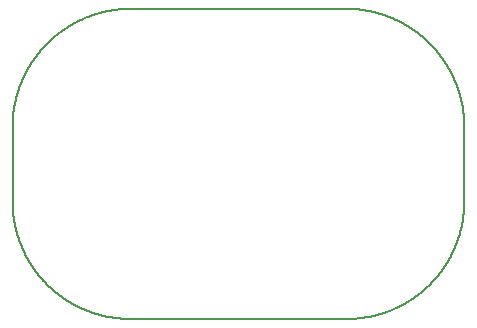
<source format=gm1>
G04 MADE WITH FRITZING*
G04 WWW.FRITZING.ORG*
G04 DOUBLE SIDED*
G04 HOLES PLATED*
G04 CONTOUR ON CENTER OF CONTOUR VECTOR*
%ASAXBY*%
%FSLAX23Y23*%
%MOIN*%
%OFA0B0*%
%SFA1.0B1.0*%
%ADD10C,0.008*%
%LNCONTOUR*%
G90*
G70*
G54D10*
X374Y1036D02*
X375Y1036D01*
X376Y1036D01*
X377Y1036D01*
X378Y1036D01*
X379Y1036D01*
X380Y1036D01*
X381Y1036D01*
X382Y1036D01*
X383Y1036D01*
X384Y1036D01*
X385Y1036D01*
X386Y1036D01*
X387Y1036D01*
X388Y1036D01*
X389Y1036D01*
X390Y1036D01*
X391Y1036D01*
X392Y1036D01*
X393Y1036D01*
X394Y1036D01*
X395Y1036D01*
X396Y1036D01*
X397Y1036D01*
X398Y1036D01*
X399Y1036D01*
X400Y1036D01*
X401Y1036D01*
X402Y1036D01*
X403Y1036D01*
X404Y1036D01*
X405Y1036D01*
X406Y1036D01*
X407Y1036D01*
X408Y1036D01*
X409Y1036D01*
X410Y1036D01*
X411Y1036D01*
X412Y1036D01*
X413Y1036D01*
X414Y1036D01*
X415Y1036D01*
X416Y1036D01*
X417Y1036D01*
X418Y1036D01*
X419Y1036D01*
X420Y1036D01*
X421Y1036D01*
X422Y1036D01*
X423Y1036D01*
X424Y1036D01*
X425Y1036D01*
X426Y1036D01*
X427Y1036D01*
X428Y1036D01*
X429Y1036D01*
X430Y1036D01*
X431Y1036D01*
X432Y1036D01*
X433Y1036D01*
X434Y1036D01*
X435Y1036D01*
X436Y1036D01*
X437Y1036D01*
X438Y1036D01*
X439Y1036D01*
X440Y1036D01*
X441Y1036D01*
X442Y1036D01*
X443Y1036D01*
X444Y1036D01*
X445Y1036D01*
X446Y1036D01*
X447Y1036D01*
X448Y1036D01*
X449Y1036D01*
X450Y1036D01*
X451Y1036D01*
X452Y1036D01*
X453Y1036D01*
X454Y1036D01*
X455Y1036D01*
X456Y1036D01*
X457Y1036D01*
X458Y1036D01*
X459Y1036D01*
X460Y1036D01*
X461Y1036D01*
X462Y1036D01*
X463Y1036D01*
X464Y1036D01*
X465Y1036D01*
X466Y1036D01*
X467Y1036D01*
X468Y1036D01*
X469Y1036D01*
X470Y1036D01*
X471Y1036D01*
X472Y1036D01*
X473Y1036D01*
X474Y1036D01*
X475Y1036D01*
X476Y1036D01*
X477Y1036D01*
X478Y1036D01*
X479Y1036D01*
X480Y1036D01*
X481Y1036D01*
X482Y1036D01*
X483Y1036D01*
X484Y1036D01*
X485Y1036D01*
X486Y1036D01*
X487Y1036D01*
X488Y1036D01*
X489Y1036D01*
X490Y1036D01*
X491Y1036D01*
X492Y1036D01*
X493Y1036D01*
X494Y1036D01*
X495Y1036D01*
X496Y1036D01*
X497Y1036D01*
X498Y1036D01*
X499Y1036D01*
X500Y1036D01*
X501Y1036D01*
X502Y1036D01*
X503Y1036D01*
X504Y1036D01*
X505Y1036D01*
X506Y1036D01*
X507Y1036D01*
X508Y1036D01*
X509Y1036D01*
X510Y1036D01*
X511Y1036D01*
X512Y1036D01*
X513Y1036D01*
X514Y1036D01*
X515Y1036D01*
X516Y1036D01*
X517Y1036D01*
X518Y1036D01*
X519Y1036D01*
X520Y1036D01*
X521Y1036D01*
X522Y1036D01*
X523Y1036D01*
X524Y1036D01*
X525Y1036D01*
X526Y1036D01*
X527Y1036D01*
X528Y1036D01*
X529Y1036D01*
X530Y1036D01*
X531Y1036D01*
X532Y1036D01*
X533Y1036D01*
X534Y1036D01*
X535Y1036D01*
X536Y1036D01*
X537Y1036D01*
X538Y1036D01*
X539Y1036D01*
X540Y1036D01*
X541Y1036D01*
X542Y1036D01*
X543Y1036D01*
X544Y1036D01*
X545Y1036D01*
X546Y1036D01*
X547Y1036D01*
X548Y1036D01*
X549Y1036D01*
X550Y1036D01*
X551Y1036D01*
X552Y1036D01*
X553Y1036D01*
X554Y1036D01*
X555Y1036D01*
X556Y1036D01*
X557Y1036D01*
X558Y1036D01*
X559Y1036D01*
X560Y1036D01*
X561Y1036D01*
X562Y1036D01*
X563Y1036D01*
X564Y1036D01*
X565Y1036D01*
X566Y1036D01*
X567Y1036D01*
X568Y1036D01*
X569Y1036D01*
X570Y1036D01*
X571Y1036D01*
X572Y1036D01*
X573Y1036D01*
X574Y1036D01*
X575Y1036D01*
X576Y1036D01*
X577Y1036D01*
X578Y1036D01*
X579Y1036D01*
X580Y1036D01*
X581Y1036D01*
X582Y1036D01*
X583Y1036D01*
X584Y1036D01*
X585Y1036D01*
X586Y1036D01*
X587Y1036D01*
X588Y1036D01*
X589Y1036D01*
X590Y1036D01*
X591Y1036D01*
X592Y1036D01*
X593Y1036D01*
X594Y1036D01*
X595Y1036D01*
X596Y1036D01*
X597Y1036D01*
X598Y1036D01*
X599Y1036D01*
X600Y1036D01*
X601Y1036D01*
X602Y1036D01*
X603Y1036D01*
X604Y1036D01*
X605Y1036D01*
X606Y1036D01*
X607Y1036D01*
X608Y1036D01*
X609Y1036D01*
X610Y1036D01*
X611Y1036D01*
X612Y1036D01*
X613Y1036D01*
X614Y1036D01*
X615Y1036D01*
X616Y1036D01*
X617Y1036D01*
X618Y1036D01*
X619Y1036D01*
X620Y1036D01*
X621Y1036D01*
X622Y1036D01*
X623Y1036D01*
X624Y1036D01*
X625Y1036D01*
X626Y1036D01*
X627Y1036D01*
X628Y1036D01*
X629Y1036D01*
X630Y1036D01*
X631Y1036D01*
X632Y1036D01*
X633Y1036D01*
X634Y1036D01*
X635Y1036D01*
X636Y1036D01*
X637Y1036D01*
X638Y1036D01*
X639Y1036D01*
X640Y1036D01*
X641Y1036D01*
X642Y1036D01*
X643Y1036D01*
X644Y1036D01*
X645Y1036D01*
X646Y1036D01*
X647Y1036D01*
X648Y1036D01*
X649Y1036D01*
X650Y1036D01*
X651Y1036D01*
X652Y1036D01*
X653Y1036D01*
X654Y1036D01*
X655Y1036D01*
X656Y1036D01*
X657Y1036D01*
X658Y1036D01*
X659Y1036D01*
X660Y1036D01*
X661Y1036D01*
X662Y1036D01*
X663Y1036D01*
X664Y1036D01*
X665Y1036D01*
X666Y1036D01*
X667Y1036D01*
X668Y1036D01*
X669Y1036D01*
X670Y1036D01*
X671Y1036D01*
X672Y1036D01*
X673Y1036D01*
X674Y1036D01*
X675Y1036D01*
X676Y1036D01*
X677Y1036D01*
X678Y1036D01*
X679Y1036D01*
X680Y1036D01*
X681Y1036D01*
X682Y1036D01*
X683Y1036D01*
X684Y1036D01*
X685Y1036D01*
X686Y1036D01*
X687Y1036D01*
X688Y1036D01*
X689Y1036D01*
X690Y1036D01*
X691Y1036D01*
X692Y1036D01*
X693Y1036D01*
X694Y1036D01*
X695Y1036D01*
X696Y1036D01*
X697Y1036D01*
X698Y1036D01*
X699Y1036D01*
X700Y1036D01*
X701Y1036D01*
X702Y1036D01*
X703Y1036D01*
X704Y1036D01*
X705Y1036D01*
X706Y1036D01*
X707Y1036D01*
X708Y1036D01*
X709Y1036D01*
X710Y1036D01*
X711Y1036D01*
X712Y1036D01*
X713Y1036D01*
X714Y1036D01*
X715Y1036D01*
X716Y1036D01*
X717Y1036D01*
X718Y1036D01*
X719Y1036D01*
X720Y1036D01*
X721Y1036D01*
X722Y1036D01*
X723Y1036D01*
X724Y1036D01*
X725Y1036D01*
X726Y1036D01*
X727Y1036D01*
X728Y1036D01*
X729Y1036D01*
X730Y1036D01*
X731Y1036D01*
X732Y1036D01*
X733Y1036D01*
X734Y1036D01*
X735Y1036D01*
X736Y1036D01*
X737Y1036D01*
X738Y1036D01*
X739Y1036D01*
X740Y1036D01*
X741Y1036D01*
X742Y1036D01*
X743Y1036D01*
X744Y1036D01*
X745Y1036D01*
X746Y1036D01*
X747Y1036D01*
X748Y1036D01*
X749Y1036D01*
X750Y1036D01*
X751Y1036D01*
X752Y1036D01*
X753Y1036D01*
X754Y1036D01*
X755Y1036D01*
X756Y1036D01*
X757Y1036D01*
X758Y1036D01*
X759Y1036D01*
X760Y1036D01*
X761Y1036D01*
X762Y1036D01*
X763Y1036D01*
X764Y1036D01*
X765Y1036D01*
X766Y1036D01*
X767Y1036D01*
X768Y1036D01*
X769Y1036D01*
X770Y1036D01*
X771Y1036D01*
X772Y1036D01*
X773Y1036D01*
X774Y1036D01*
X775Y1036D01*
X776Y1036D01*
X777Y1036D01*
X778Y1036D01*
X779Y1036D01*
X780Y1036D01*
X781Y1036D01*
X782Y1036D01*
X783Y1036D01*
X784Y1036D01*
X785Y1036D01*
X786Y1036D01*
X787Y1036D01*
X788Y1036D01*
X789Y1036D01*
X790Y1036D01*
X791Y1036D01*
X792Y1036D01*
X793Y1036D01*
X794Y1036D01*
X795Y1036D01*
X796Y1036D01*
X797Y1036D01*
X798Y1036D01*
X799Y1036D01*
X800Y1036D01*
X801Y1036D01*
X802Y1036D01*
X803Y1036D01*
X804Y1036D01*
X805Y1036D01*
X806Y1036D01*
X807Y1036D01*
X808Y1036D01*
X809Y1036D01*
X810Y1036D01*
X811Y1036D01*
X812Y1036D01*
X813Y1036D01*
X814Y1036D01*
X815Y1036D01*
X816Y1036D01*
X817Y1036D01*
X818Y1036D01*
X819Y1036D01*
X820Y1036D01*
X821Y1036D01*
X822Y1036D01*
X823Y1036D01*
X824Y1036D01*
X825Y1036D01*
X826Y1036D01*
X827Y1036D01*
X828Y1036D01*
X829Y1036D01*
X830Y1036D01*
X831Y1036D01*
X832Y1036D01*
X833Y1036D01*
X834Y1036D01*
X835Y1036D01*
X836Y1036D01*
X837Y1036D01*
X838Y1036D01*
X839Y1036D01*
X840Y1036D01*
X841Y1036D01*
X842Y1036D01*
X843Y1036D01*
X844Y1036D01*
X845Y1036D01*
X846Y1036D01*
X847Y1036D01*
X848Y1036D01*
X849Y1036D01*
X850Y1036D01*
X851Y1036D01*
X852Y1036D01*
X853Y1036D01*
X854Y1036D01*
X855Y1036D01*
X856Y1036D01*
X857Y1036D01*
X858Y1036D01*
X859Y1036D01*
X860Y1036D01*
X861Y1036D01*
X862Y1036D01*
X863Y1036D01*
X864Y1036D01*
X865Y1036D01*
X866Y1036D01*
X867Y1036D01*
X868Y1036D01*
X869Y1036D01*
X870Y1036D01*
X871Y1036D01*
X872Y1036D01*
X873Y1036D01*
X874Y1036D01*
X875Y1036D01*
X876Y1036D01*
X877Y1036D01*
X878Y1036D01*
X879Y1036D01*
X880Y1036D01*
X881Y1036D01*
X882Y1036D01*
X883Y1036D01*
X884Y1036D01*
X885Y1036D01*
X886Y1036D01*
X887Y1036D01*
X888Y1036D01*
X889Y1036D01*
X890Y1036D01*
X891Y1036D01*
X892Y1036D01*
X893Y1036D01*
X894Y1036D01*
X895Y1036D01*
X896Y1036D01*
X897Y1036D01*
X898Y1036D01*
X899Y1036D01*
X900Y1036D01*
X901Y1036D01*
X902Y1036D01*
X903Y1036D01*
X904Y1036D01*
X905Y1036D01*
X906Y1036D01*
X907Y1036D01*
X908Y1036D01*
X909Y1036D01*
X910Y1036D01*
X911Y1036D01*
X912Y1036D01*
X913Y1036D01*
X914Y1036D01*
X915Y1036D01*
X916Y1036D01*
X917Y1036D01*
X918Y1036D01*
X919Y1036D01*
X920Y1036D01*
X921Y1036D01*
X922Y1036D01*
X923Y1036D01*
X924Y1036D01*
X925Y1036D01*
X926Y1036D01*
X927Y1036D01*
X928Y1036D01*
X929Y1036D01*
X930Y1036D01*
X931Y1036D01*
X932Y1036D01*
X933Y1036D01*
X934Y1036D01*
X935Y1036D01*
X936Y1036D01*
X937Y1036D01*
X938Y1036D01*
X939Y1036D01*
X940Y1036D01*
X941Y1036D01*
X942Y1036D01*
X943Y1036D01*
X944Y1036D01*
X945Y1036D01*
X946Y1036D01*
X947Y1036D01*
X948Y1036D01*
X949Y1036D01*
X950Y1036D01*
X951Y1036D01*
X952Y1036D01*
X953Y1036D01*
X954Y1036D01*
X955Y1036D01*
X956Y1036D01*
X957Y1036D01*
X958Y1036D01*
X959Y1036D01*
X960Y1036D01*
X961Y1036D01*
X962Y1036D01*
X963Y1036D01*
X964Y1036D01*
X965Y1036D01*
X966Y1036D01*
X967Y1036D01*
X968Y1036D01*
X969Y1036D01*
X970Y1036D01*
X971Y1036D01*
X972Y1036D01*
X973Y1036D01*
X974Y1036D01*
X975Y1036D01*
X976Y1036D01*
X977Y1036D01*
X978Y1036D01*
X979Y1036D01*
X980Y1036D01*
X981Y1036D01*
X982Y1036D01*
X983Y1036D01*
X984Y1036D01*
X985Y1036D01*
X986Y1036D01*
X987Y1036D01*
X988Y1036D01*
X989Y1036D01*
X990Y1036D01*
X991Y1036D01*
X992Y1036D01*
X993Y1036D01*
X994Y1036D01*
X995Y1036D01*
X996Y1036D01*
X997Y1036D01*
X998Y1036D01*
X999Y1036D01*
X1000Y1036D01*
X1001Y1036D01*
X1002Y1036D01*
X1003Y1036D01*
X1004Y1036D01*
X1005Y1036D01*
X1006Y1036D01*
X1007Y1036D01*
X1008Y1036D01*
X1009Y1036D01*
X1010Y1036D01*
X1011Y1036D01*
X1012Y1036D01*
X1013Y1036D01*
X1014Y1036D01*
X1015Y1036D01*
X1016Y1036D01*
X1017Y1036D01*
X1018Y1036D01*
X1019Y1036D01*
X1020Y1036D01*
X1021Y1036D01*
X1022Y1036D01*
X1023Y1036D01*
X1024Y1036D01*
X1025Y1036D01*
X1026Y1036D01*
X1027Y1036D01*
X1028Y1036D01*
X1029Y1036D01*
X1030Y1036D01*
X1031Y1036D01*
X1032Y1036D01*
X1033Y1036D01*
X1034Y1036D01*
X1035Y1036D01*
X1036Y1036D01*
X1037Y1036D01*
X1038Y1036D01*
X1039Y1036D01*
X1040Y1036D01*
X1041Y1036D01*
X1042Y1036D01*
X1043Y1036D01*
X1044Y1036D01*
X1045Y1036D01*
X1046Y1036D01*
X1047Y1036D01*
X1048Y1036D01*
X1049Y1036D01*
X1050Y1036D01*
X1051Y1036D01*
X1052Y1036D01*
X1053Y1036D01*
X1054Y1036D01*
X1055Y1036D01*
X1056Y1036D01*
X1057Y1036D01*
X1058Y1036D01*
X1059Y1036D01*
X1060Y1036D01*
X1061Y1036D01*
X1062Y1036D01*
X1063Y1036D01*
X1064Y1036D01*
X1065Y1036D01*
X1066Y1036D01*
X1067Y1036D01*
X1068Y1036D01*
X1069Y1036D01*
X1070Y1036D01*
X1071Y1036D01*
X1072Y1036D01*
X1073Y1036D01*
X1074Y1036D01*
X1075Y1036D01*
X1076Y1036D01*
X1077Y1036D01*
X1078Y1036D01*
X1079Y1036D01*
X1080Y1036D01*
X1081Y1036D01*
X1082Y1036D01*
X1083Y1036D01*
X1084Y1036D01*
X1085Y1036D01*
X1086Y1036D01*
X1087Y1036D01*
X1088Y1036D01*
X1089Y1036D01*
X1090Y1036D01*
X1091Y1036D01*
X1092Y1036D01*
X1093Y1036D01*
X1094Y1036D01*
X1095Y1036D01*
X1096Y1036D01*
X1097Y1036D01*
X1098Y1036D01*
X1099Y1036D01*
X1100Y1036D01*
X1101Y1036D01*
X1102Y1036D01*
X1103Y1036D01*
X1104Y1036D01*
X1105Y1036D01*
X1106Y1036D01*
X1107Y1036D01*
X1108Y1036D01*
X1109Y1036D01*
X1110Y1036D01*
X1111Y1036D01*
X1112Y1036D01*
X1113Y1036D01*
X1114Y1036D01*
X1115Y1036D01*
X1116Y1036D01*
X1117Y1036D01*
X1118Y1036D01*
X1119Y1036D01*
X1120Y1036D01*
X1121Y1036D01*
X1122Y1036D01*
X1123Y1036D01*
X1124Y1036D01*
X1125Y1036D01*
X1126Y1036D01*
X1127Y1036D01*
X1128Y1036D01*
X1129Y1036D01*
X1130Y1036D01*
X1131Y1036D01*
X1132Y1036D01*
X1133Y1035D01*
X1134Y1035D01*
X1135Y1035D01*
X1136Y1035D01*
X1137Y1035D01*
X1138Y1035D01*
X1139Y1035D01*
X1140Y1035D01*
X1141Y1035D01*
X1142Y1035D01*
X1143Y1035D01*
X1144Y1035D01*
X1145Y1035D01*
X1146Y1035D01*
X1147Y1034D01*
X1148Y1034D01*
X1149Y1034D01*
X1150Y1034D01*
X1151Y1034D01*
X1152Y1034D01*
X1153Y1034D01*
X1154Y1034D01*
X1155Y1034D01*
X1156Y1034D01*
X1157Y1033D01*
X1158Y1033D01*
X1159Y1033D01*
X1160Y1033D01*
X1161Y1033D01*
X1162Y1033D01*
X1163Y1033D01*
X1164Y1033D01*
X1165Y1033D01*
X1166Y1032D01*
X1167Y1032D01*
X1168Y1032D01*
X1169Y1032D01*
X1170Y1032D01*
X1171Y1032D01*
X1172Y1032D01*
X1173Y1031D01*
X1174Y1031D01*
X1175Y1031D01*
X1176Y1031D01*
X1177Y1031D01*
X1178Y1031D01*
X1179Y1030D01*
X1180Y1030D01*
X1181Y1030D01*
X1182Y1030D01*
X1183Y1030D01*
X1184Y1030D01*
X1185Y1029D01*
X1186Y1029D01*
X1187Y1029D01*
X1188Y1029D01*
X1189Y1029D01*
X1190Y1028D01*
X1191Y1028D01*
X1192Y1028D01*
X1193Y1028D01*
X1194Y1028D01*
X1195Y1027D01*
X1196Y1027D01*
X1197Y1027D01*
X1198Y1027D01*
X1199Y1026D01*
X1200Y1026D01*
X1201Y1026D01*
X1202Y1026D01*
X1203Y1026D01*
X1204Y1025D01*
X1205Y1025D01*
X1206Y1025D01*
X1207Y1025D01*
X1208Y1024D01*
X1209Y1024D01*
X1210Y1024D01*
X1211Y1024D01*
X1212Y1023D01*
X1213Y1023D01*
X1214Y1023D01*
X1215Y1022D01*
X1216Y1022D01*
X1217Y1022D01*
X1218Y1022D01*
X1219Y1021D01*
X1220Y1021D01*
X1221Y1021D01*
X1222Y1021D01*
X1223Y1020D01*
X1224Y1020D01*
X1225Y1020D01*
X1226Y1019D01*
X1227Y1019D01*
X1228Y1019D01*
X1229Y1018D01*
X1230Y1018D01*
X1231Y1018D01*
X1232Y1018D01*
X1233Y1017D01*
X1234Y1017D01*
X1235Y1017D01*
X1236Y1016D01*
X1237Y1016D01*
X1238Y1016D01*
X1239Y1015D01*
X1240Y1015D01*
X1241Y1015D01*
X1242Y1014D01*
X1243Y1014D01*
X1244Y1013D01*
X1245Y1013D01*
X1246Y1013D01*
X1247Y1012D01*
X1248Y1012D01*
X1249Y1012D01*
X1250Y1011D01*
X1251Y1011D01*
X1252Y1010D01*
X1253Y1010D01*
X1254Y1010D01*
X1255Y1009D01*
X1256Y1009D01*
X1257Y1009D01*
X1258Y1008D01*
X1259Y1008D01*
X1260Y1007D01*
X1261Y1007D01*
X1262Y1007D01*
X1263Y1006D01*
X1264Y1006D01*
X1265Y1005D01*
X1266Y1005D01*
X1267Y1004D01*
X1268Y1004D01*
X1269Y1004D01*
X1270Y1003D01*
X1271Y1003D01*
X1272Y1002D01*
X1273Y1002D01*
X1274Y1001D01*
X1275Y1001D01*
X1276Y1000D01*
X1277Y1000D01*
X1278Y1000D01*
X1279Y999D01*
X1280Y999D01*
X1281Y998D01*
X1282Y998D01*
X1283Y997D01*
X1284Y997D01*
X1285Y996D01*
X1286Y996D01*
X1287Y995D01*
X1288Y995D01*
X1289Y994D01*
X1290Y994D01*
X1291Y993D01*
X1292Y993D01*
X1293Y992D01*
X1294Y992D01*
X1295Y991D01*
X1296Y991D01*
X1297Y990D01*
X1298Y990D01*
X1299Y989D01*
X1300Y989D01*
X1301Y988D01*
X1302Y987D01*
X1303Y987D01*
X1304Y986D01*
X1305Y986D01*
X1306Y985D01*
X1307Y985D01*
X1308Y984D01*
X1309Y983D01*
X1310Y983D01*
X1311Y982D01*
X1312Y982D01*
X1313Y981D01*
X1314Y981D01*
X1315Y980D01*
X1316Y979D01*
X1317Y979D01*
X1318Y978D01*
X1319Y978D01*
X1320Y977D01*
X1321Y976D01*
X1322Y976D01*
X1323Y975D01*
X1324Y974D01*
X1325Y974D01*
X1326Y973D01*
X1327Y972D01*
X1328Y972D01*
X1329Y971D01*
X1330Y970D01*
X1331Y970D01*
X1332Y969D01*
X1333Y969D01*
X1334Y968D01*
X1335Y967D01*
X1336Y966D01*
X1337Y966D01*
X1338Y965D01*
X1339Y964D01*
X1340Y964D01*
X1341Y963D01*
X1342Y962D01*
X1343Y961D01*
X1344Y961D01*
X1345Y960D01*
X1346Y959D01*
X1347Y959D01*
X1348Y958D01*
X1349Y957D01*
X1350Y956D01*
X1351Y956D01*
X1352Y955D01*
X1353Y954D01*
X1354Y953D01*
X1355Y952D01*
X1356Y952D01*
X1357Y951D01*
X1358Y950D01*
X1359Y949D01*
X1360Y948D01*
X1361Y948D01*
X1362Y947D01*
X1363Y946D01*
X1364Y945D01*
X1365Y944D01*
X1366Y944D01*
X1367Y943D01*
X1368Y942D01*
X1369Y941D01*
X1370Y940D01*
X1371Y939D01*
X1372Y938D01*
X1373Y937D01*
X1374Y937D01*
X1375Y936D01*
X1376Y935D01*
X1377Y934D01*
X1378Y933D01*
X1379Y932D01*
X1380Y931D01*
X1381Y930D01*
X1382Y929D01*
X1383Y928D01*
X1384Y927D01*
X1385Y926D01*
X1386Y925D01*
X1387Y925D01*
X1388Y924D01*
X1389Y923D01*
X1390Y922D01*
X1391Y921D01*
X1392Y920D01*
X1393Y919D01*
X1394Y918D01*
X1394Y917D01*
X1395Y916D01*
X1396Y915D01*
X1397Y914D01*
X1398Y913D01*
X1399Y912D01*
X1400Y911D01*
X1401Y910D01*
X1402Y909D01*
X1403Y908D01*
X1404Y907D01*
X1405Y906D01*
X1406Y905D01*
X1407Y904D01*
X1407Y903D01*
X1408Y902D01*
X1409Y901D01*
X1410Y900D01*
X1411Y899D01*
X1412Y898D01*
X1413Y897D01*
X1414Y896D01*
X1414Y895D01*
X1415Y894D01*
X1416Y893D01*
X1417Y892D01*
X1418Y891D01*
X1418Y890D01*
X1419Y889D01*
X1420Y888D01*
X1421Y887D01*
X1422Y886D01*
X1422Y885D01*
X1423Y884D01*
X1424Y883D01*
X1425Y882D01*
X1425Y881D01*
X1426Y880D01*
X1427Y879D01*
X1428Y878D01*
X1429Y877D01*
X1429Y876D01*
X1430Y875D01*
X1431Y874D01*
X1431Y873D01*
X1432Y872D01*
X1433Y871D01*
X1434Y870D01*
X1434Y869D01*
X1435Y868D01*
X1436Y867D01*
X1436Y866D01*
X1437Y865D01*
X1438Y864D01*
X1438Y863D01*
X1439Y862D01*
X1440Y861D01*
X1440Y860D01*
X1441Y859D01*
X1442Y858D01*
X1442Y857D01*
X1443Y856D01*
X1444Y855D01*
X1444Y854D01*
X1445Y853D01*
X1446Y852D01*
X1446Y851D01*
X1447Y850D01*
X1447Y849D01*
X1448Y848D01*
X1449Y847D01*
X1449Y846D01*
X1450Y845D01*
X1450Y844D01*
X1451Y843D01*
X1452Y842D01*
X1452Y841D01*
X1453Y840D01*
X1453Y839D01*
X1454Y838D01*
X1454Y837D01*
X1455Y836D01*
X1456Y835D01*
X1456Y834D01*
X1457Y833D01*
X1457Y832D01*
X1458Y831D01*
X1458Y830D01*
X1459Y829D01*
X1460Y828D01*
X1460Y827D01*
X1461Y826D01*
X1461Y825D01*
X1462Y824D01*
X1462Y823D01*
X1463Y822D01*
X1463Y821D01*
X1464Y820D01*
X1464Y819D01*
X1465Y818D01*
X1465Y817D01*
X1466Y816D01*
X1466Y815D01*
X1467Y814D01*
X1467Y813D01*
X1468Y812D01*
X1468Y811D01*
X1469Y810D01*
X1469Y808D01*
X1470Y807D01*
X1470Y806D01*
X1471Y805D01*
X1471Y804D01*
X1472Y803D01*
X1472Y802D01*
X1473Y801D01*
X1473Y799D01*
X1474Y798D01*
X1474Y797D01*
X1475Y796D01*
X1475Y795D01*
X1476Y794D01*
X1476Y792D01*
X1477Y791D01*
X1477Y790D01*
X1478Y789D01*
X1478Y787D01*
X1479Y786D01*
X1479Y785D01*
X1480Y784D01*
X1480Y782D01*
X1481Y781D01*
X1481Y780D01*
X1482Y779D01*
X1482Y777D01*
X1483Y776D01*
X1483Y774D01*
X1484Y773D01*
X1484Y771D01*
X1485Y770D01*
X1485Y768D01*
X1486Y767D01*
X1486Y765D01*
X1487Y764D01*
X1487Y762D01*
X1488Y761D01*
X1488Y759D01*
X1489Y758D01*
X1489Y756D01*
X1490Y755D01*
X1490Y752D01*
X1491Y751D01*
X1491Y749D01*
X1492Y748D01*
X1492Y745D01*
X1493Y744D01*
X1493Y741D01*
X1494Y740D01*
X1494Y737D01*
X1495Y736D01*
X1495Y733D01*
X1496Y732D01*
X1496Y729D01*
X1497Y728D01*
X1497Y724D01*
X1498Y723D01*
X1498Y719D01*
X1499Y718D01*
X1499Y714D01*
X1500Y713D01*
X1500Y708D01*
X1501Y707D01*
X1501Y702D01*
X1502Y701D01*
X1502Y695D01*
X1503Y694D01*
X1503Y687D01*
X1504Y686D01*
X1504Y677D01*
X1505Y676D01*
X1505Y663D01*
X1506Y662D01*
X1506Y376D01*
X1505Y375D01*
X1505Y362D01*
X1504Y361D01*
X1504Y352D01*
X1503Y351D01*
X1503Y344D01*
X1502Y343D01*
X1502Y337D01*
X1501Y336D01*
X1501Y331D01*
X1500Y330D01*
X1500Y325D01*
X1499Y324D01*
X1499Y320D01*
X1498Y319D01*
X1498Y315D01*
X1497Y314D01*
X1497Y310D01*
X1496Y309D01*
X1496Y306D01*
X1495Y305D01*
X1495Y302D01*
X1494Y301D01*
X1494Y298D01*
X1493Y297D01*
X1493Y294D01*
X1492Y293D01*
X1492Y290D01*
X1491Y289D01*
X1491Y287D01*
X1490Y286D01*
X1490Y283D01*
X1489Y282D01*
X1489Y280D01*
X1488Y279D01*
X1488Y277D01*
X1487Y276D01*
X1487Y274D01*
X1486Y273D01*
X1486Y271D01*
X1485Y270D01*
X1485Y268D01*
X1484Y267D01*
X1484Y265D01*
X1483Y264D01*
X1483Y262D01*
X1482Y261D01*
X1482Y259D01*
X1481Y258D01*
X1481Y257D01*
X1480Y256D01*
X1480Y254D01*
X1479Y253D01*
X1479Y252D01*
X1478Y251D01*
X1478Y249D01*
X1477Y248D01*
X1477Y247D01*
X1476Y246D01*
X1476Y244D01*
X1475Y243D01*
X1475Y242D01*
X1474Y241D01*
X1474Y240D01*
X1473Y239D01*
X1473Y237D01*
X1472Y236D01*
X1472Y235D01*
X1471Y234D01*
X1471Y233D01*
X1470Y232D01*
X1470Y231D01*
X1469Y230D01*
X1469Y228D01*
X1468Y227D01*
X1468Y226D01*
X1467Y225D01*
X1467Y224D01*
X1466Y223D01*
X1466Y222D01*
X1465Y221D01*
X1465Y220D01*
X1464Y219D01*
X1464Y218D01*
X1463Y217D01*
X1463Y216D01*
X1462Y215D01*
X1462Y214D01*
X1461Y213D01*
X1461Y212D01*
X1460Y211D01*
X1460Y210D01*
X1459Y209D01*
X1458Y208D01*
X1458Y207D01*
X1457Y206D01*
X1457Y205D01*
X1456Y204D01*
X1456Y203D01*
X1455Y202D01*
X1454Y201D01*
X1454Y200D01*
X1453Y199D01*
X1453Y198D01*
X1452Y197D01*
X1452Y196D01*
X1451Y195D01*
X1450Y194D01*
X1450Y193D01*
X1449Y192D01*
X1449Y191D01*
X1448Y190D01*
X1447Y189D01*
X1447Y188D01*
X1446Y187D01*
X1446Y186D01*
X1445Y185D01*
X1444Y184D01*
X1444Y183D01*
X1443Y182D01*
X1442Y181D01*
X1442Y180D01*
X1441Y179D01*
X1440Y178D01*
X1440Y177D01*
X1439Y176D01*
X1438Y175D01*
X1438Y174D01*
X1437Y173D01*
X1436Y172D01*
X1436Y171D01*
X1435Y170D01*
X1434Y169D01*
X1434Y168D01*
X1433Y167D01*
X1432Y166D01*
X1431Y165D01*
X1431Y164D01*
X1430Y163D01*
X1429Y162D01*
X1429Y161D01*
X1428Y160D01*
X1427Y159D01*
X1426Y158D01*
X1425Y157D01*
X1425Y156D01*
X1424Y155D01*
X1423Y154D01*
X1422Y153D01*
X1422Y152D01*
X1421Y151D01*
X1420Y150D01*
X1419Y149D01*
X1418Y148D01*
X1418Y147D01*
X1417Y146D01*
X1416Y145D01*
X1415Y144D01*
X1414Y143D01*
X1414Y142D01*
X1413Y141D01*
X1412Y140D01*
X1411Y139D01*
X1410Y138D01*
X1409Y137D01*
X1408Y136D01*
X1407Y135D01*
X1407Y134D01*
X1406Y133D01*
X1405Y132D01*
X1404Y131D01*
X1403Y130D01*
X1402Y129D01*
X1401Y128D01*
X1400Y127D01*
X1399Y126D01*
X1398Y125D01*
X1397Y124D01*
X1396Y123D01*
X1395Y122D01*
X1394Y121D01*
X1394Y120D01*
X1393Y119D01*
X1392Y118D01*
X1391Y117D01*
X1390Y116D01*
X1389Y115D01*
X1388Y114D01*
X1387Y113D01*
X1386Y113D01*
X1385Y112D01*
X1384Y111D01*
X1383Y110D01*
X1382Y109D01*
X1381Y108D01*
X1380Y107D01*
X1379Y106D01*
X1378Y105D01*
X1377Y104D01*
X1376Y103D01*
X1375Y102D01*
X1374Y101D01*
X1373Y101D01*
X1372Y100D01*
X1371Y99D01*
X1370Y98D01*
X1369Y97D01*
X1368Y96D01*
X1367Y95D01*
X1366Y94D01*
X1365Y94D01*
X1364Y93D01*
X1363Y92D01*
X1362Y91D01*
X1361Y90D01*
X1360Y90D01*
X1359Y89D01*
X1358Y88D01*
X1357Y87D01*
X1356Y86D01*
X1355Y86D01*
X1354Y85D01*
X1353Y84D01*
X1352Y83D01*
X1351Y82D01*
X1350Y82D01*
X1349Y81D01*
X1348Y80D01*
X1347Y79D01*
X1346Y79D01*
X1345Y78D01*
X1344Y77D01*
X1343Y77D01*
X1342Y76D01*
X1341Y75D01*
X1340Y74D01*
X1339Y74D01*
X1338Y73D01*
X1337Y72D01*
X1336Y72D01*
X1335Y71D01*
X1334Y70D01*
X1333Y69D01*
X1332Y69D01*
X1331Y68D01*
X1330Y68D01*
X1329Y67D01*
X1328Y66D01*
X1327Y66D01*
X1326Y65D01*
X1325Y64D01*
X1324Y64D01*
X1323Y63D01*
X1322Y62D01*
X1321Y62D01*
X1320Y61D01*
X1319Y60D01*
X1318Y60D01*
X1317Y59D01*
X1316Y59D01*
X1315Y58D01*
X1314Y57D01*
X1313Y57D01*
X1312Y56D01*
X1311Y56D01*
X1310Y55D01*
X1309Y55D01*
X1308Y54D01*
X1307Y53D01*
X1306Y53D01*
X1305Y52D01*
X1304Y52D01*
X1303Y51D01*
X1302Y51D01*
X1301Y50D01*
X1300Y49D01*
X1299Y49D01*
X1298Y48D01*
X1297Y48D01*
X1296Y47D01*
X1295Y47D01*
X1294Y46D01*
X1293Y46D01*
X1292Y45D01*
X1291Y45D01*
X1290Y44D01*
X1289Y44D01*
X1288Y43D01*
X1287Y43D01*
X1286Y42D01*
X1285Y42D01*
X1284Y41D01*
X1283Y41D01*
X1282Y40D01*
X1281Y40D01*
X1280Y39D01*
X1279Y39D01*
X1278Y38D01*
X1277Y38D01*
X1276Y38D01*
X1275Y37D01*
X1274Y37D01*
X1273Y36D01*
X1272Y36D01*
X1271Y35D01*
X1270Y35D01*
X1269Y34D01*
X1268Y34D01*
X1267Y34D01*
X1266Y33D01*
X1265Y33D01*
X1264Y32D01*
X1263Y32D01*
X1262Y31D01*
X1261Y31D01*
X1260Y31D01*
X1259Y30D01*
X1258Y30D01*
X1257Y30D01*
X1256Y29D01*
X1255Y29D01*
X1254Y28D01*
X1253Y28D01*
X1252Y28D01*
X1251Y27D01*
X1250Y27D01*
X1249Y26D01*
X1248Y26D01*
X1247Y26D01*
X1246Y25D01*
X1245Y25D01*
X1244Y25D01*
X1243Y24D01*
X1242Y24D01*
X1241Y23D01*
X1240Y23D01*
X1239Y23D01*
X1238Y22D01*
X1237Y22D01*
X1236Y22D01*
X1235Y21D01*
X1234Y21D01*
X1233Y21D01*
X1232Y20D01*
X1231Y20D01*
X1230Y20D01*
X1229Y20D01*
X1228Y19D01*
X1227Y19D01*
X1226Y19D01*
X1225Y18D01*
X1224Y18D01*
X1223Y18D01*
X1222Y17D01*
X1221Y17D01*
X1220Y17D01*
X1219Y17D01*
X1218Y16D01*
X1217Y16D01*
X1216Y16D01*
X1215Y16D01*
X1214Y15D01*
X1213Y15D01*
X1212Y15D01*
X1211Y14D01*
X1210Y14D01*
X1209Y14D01*
X1208Y14D01*
X1207Y13D01*
X1206Y13D01*
X1205Y13D01*
X1204Y13D01*
X1203Y12D01*
X1202Y12D01*
X1201Y12D01*
X1200Y12D01*
X1199Y12D01*
X1198Y11D01*
X1197Y11D01*
X1196Y11D01*
X1195Y11D01*
X1194Y10D01*
X1193Y10D01*
X1192Y10D01*
X1191Y10D01*
X1190Y10D01*
X1189Y9D01*
X1188Y9D01*
X1187Y9D01*
X1186Y9D01*
X1185Y9D01*
X1184Y8D01*
X1183Y8D01*
X1182Y8D01*
X1181Y8D01*
X1180Y8D01*
X1179Y8D01*
X1178Y7D01*
X1177Y7D01*
X1176Y7D01*
X1175Y7D01*
X1174Y7D01*
X1173Y7D01*
X1172Y6D01*
X1171Y6D01*
X1170Y6D01*
X1169Y6D01*
X1168Y6D01*
X1167Y6D01*
X1166Y6D01*
X1165Y5D01*
X1164Y5D01*
X1163Y5D01*
X1162Y5D01*
X1161Y5D01*
X1160Y5D01*
X1159Y5D01*
X1158Y5D01*
X1157Y5D01*
X1156Y4D01*
X1155Y4D01*
X1154Y4D01*
X1153Y4D01*
X1152Y4D01*
X1151Y4D01*
X1150Y4D01*
X1149Y4D01*
X1148Y4D01*
X1147Y4D01*
X1146Y3D01*
X1145Y3D01*
X1144Y3D01*
X1143Y3D01*
X1142Y3D01*
X1141Y3D01*
X1140Y3D01*
X1139Y3D01*
X1138Y3D01*
X1137Y3D01*
X1136Y3D01*
X1135Y3D01*
X1134Y3D01*
X1133Y3D01*
X1132Y2D01*
X1131Y2D01*
X1130Y2D01*
X1129Y2D01*
X1128Y2D01*
X1127Y2D01*
X1126Y2D01*
X1125Y2D01*
X1124Y2D01*
X1123Y2D01*
X1122Y2D01*
X1121Y2D01*
X1120Y2D01*
X1119Y2D01*
X1118Y2D01*
X1117Y2D01*
X1116Y2D01*
X1115Y2D01*
X1114Y2D01*
X1113Y2D01*
X1112Y2D01*
X1111Y2D01*
X1110Y2D01*
X1109Y2D01*
X1108Y2D01*
X1107Y2D01*
X1106Y2D01*
X1105Y2D01*
X1104Y2D01*
X1103Y2D01*
X1102Y2D01*
X1101Y2D01*
X1100Y2D01*
X1099Y2D01*
X1098Y2D01*
X1097Y2D01*
X1096Y2D01*
X1095Y2D01*
X1094Y2D01*
X1093Y2D01*
X1092Y2D01*
X1091Y2D01*
X1090Y2D01*
X1089Y2D01*
X1088Y2D01*
X1087Y2D01*
X1086Y2D01*
X1085Y2D01*
X1084Y2D01*
X1083Y2D01*
X1082Y2D01*
X1081Y2D01*
X1080Y2D01*
X1079Y2D01*
X1078Y2D01*
X1077Y2D01*
X1076Y2D01*
X1075Y2D01*
X1074Y2D01*
X1073Y2D01*
X1072Y2D01*
X1071Y2D01*
X1070Y2D01*
X1069Y2D01*
X1068Y2D01*
X1067Y2D01*
X1066Y2D01*
X1065Y2D01*
X1064Y2D01*
X1063Y2D01*
X1062Y2D01*
X1061Y2D01*
X1060Y2D01*
X1059Y2D01*
X1058Y2D01*
X1057Y2D01*
X1056Y2D01*
X1055Y2D01*
X1054Y2D01*
X1053Y2D01*
X1052Y2D01*
X1051Y2D01*
X1050Y2D01*
X1049Y2D01*
X1048Y2D01*
X1047Y2D01*
X1046Y2D01*
X1045Y2D01*
X1044Y2D01*
X1043Y2D01*
X1042Y2D01*
X1041Y2D01*
X1040Y2D01*
X1039Y2D01*
X1038Y2D01*
X1037Y2D01*
X1036Y2D01*
X1035Y2D01*
X1034Y2D01*
X1033Y2D01*
X1032Y2D01*
X1031Y2D01*
X1030Y2D01*
X1029Y2D01*
X1028Y2D01*
X1027Y2D01*
X1026Y2D01*
X1025Y2D01*
X1024Y2D01*
X1023Y2D01*
X1022Y2D01*
X1021Y2D01*
X1020Y2D01*
X1019Y2D01*
X1018Y2D01*
X1017Y2D01*
X1016Y2D01*
X1015Y2D01*
X1014Y2D01*
X1013Y2D01*
X1012Y2D01*
X1011Y2D01*
X1010Y2D01*
X1009Y2D01*
X1008Y2D01*
X1007Y2D01*
X1006Y2D01*
X1005Y2D01*
X1004Y2D01*
X1003Y2D01*
X1002Y2D01*
X1001Y2D01*
X1000Y2D01*
X999Y2D01*
X998Y2D01*
X997Y2D01*
X996Y2D01*
X995Y2D01*
X994Y2D01*
X993Y2D01*
X992Y2D01*
X991Y2D01*
X990Y2D01*
X989Y2D01*
X988Y2D01*
X987Y2D01*
X986Y2D01*
X985Y2D01*
X984Y2D01*
X983Y2D01*
X982Y2D01*
X981Y2D01*
X980Y2D01*
X979Y2D01*
X978Y2D01*
X977Y2D01*
X976Y2D01*
X975Y2D01*
X974Y2D01*
X973Y2D01*
X972Y2D01*
X971Y2D01*
X970Y2D01*
X969Y2D01*
X968Y2D01*
X967Y2D01*
X966Y2D01*
X965Y2D01*
X964Y2D01*
X963Y2D01*
X962Y2D01*
X961Y2D01*
X960Y2D01*
X959Y2D01*
X958Y2D01*
X957Y2D01*
X956Y2D01*
X955Y2D01*
X954Y2D01*
X953Y2D01*
X952Y2D01*
X951Y2D01*
X950Y2D01*
X949Y2D01*
X948Y2D01*
X947Y2D01*
X946Y2D01*
X945Y2D01*
X944Y2D01*
X943Y2D01*
X942Y2D01*
X941Y2D01*
X940Y2D01*
X939Y2D01*
X938Y2D01*
X937Y2D01*
X936Y2D01*
X935Y2D01*
X934Y2D01*
X933Y2D01*
X932Y2D01*
X931Y2D01*
X930Y2D01*
X929Y2D01*
X928Y2D01*
X927Y2D01*
X926Y2D01*
X925Y2D01*
X924Y2D01*
X923Y2D01*
X922Y2D01*
X921Y2D01*
X920Y2D01*
X919Y2D01*
X918Y2D01*
X917Y2D01*
X916Y2D01*
X915Y2D01*
X914Y2D01*
X913Y2D01*
X912Y2D01*
X911Y2D01*
X910Y2D01*
X909Y2D01*
X908Y2D01*
X907Y2D01*
X906Y2D01*
X905Y2D01*
X904Y2D01*
X903Y2D01*
X902Y2D01*
X901Y2D01*
X900Y2D01*
X899Y2D01*
X898Y2D01*
X897Y2D01*
X896Y2D01*
X895Y2D01*
X894Y2D01*
X893Y2D01*
X892Y2D01*
X891Y2D01*
X890Y2D01*
X889Y2D01*
X888Y2D01*
X887Y2D01*
X886Y2D01*
X885Y2D01*
X884Y2D01*
X883Y2D01*
X882Y2D01*
X881Y2D01*
X880Y2D01*
X879Y2D01*
X878Y2D01*
X877Y2D01*
X876Y2D01*
X875Y2D01*
X874Y2D01*
X873Y2D01*
X872Y2D01*
X871Y2D01*
X870Y2D01*
X869Y2D01*
X868Y2D01*
X867Y2D01*
X866Y2D01*
X865Y2D01*
X864Y2D01*
X863Y2D01*
X862Y2D01*
X861Y2D01*
X860Y2D01*
X859Y2D01*
X858Y2D01*
X857Y2D01*
X856Y2D01*
X855Y2D01*
X854Y2D01*
X853Y2D01*
X852Y2D01*
X851Y2D01*
X850Y2D01*
X849Y2D01*
X848Y2D01*
X847Y2D01*
X846Y2D01*
X845Y2D01*
X844Y2D01*
X843Y2D01*
X842Y2D01*
X841Y2D01*
X840Y2D01*
X839Y2D01*
X838Y2D01*
X837Y2D01*
X836Y2D01*
X835Y2D01*
X834Y2D01*
X833Y2D01*
X832Y2D01*
X831Y2D01*
X830Y2D01*
X829Y2D01*
X828Y2D01*
X827Y2D01*
X826Y2D01*
X825Y2D01*
X824Y2D01*
X823Y2D01*
X822Y2D01*
X821Y2D01*
X820Y2D01*
X819Y2D01*
X818Y2D01*
X817Y2D01*
X816Y2D01*
X815Y2D01*
X814Y2D01*
X813Y2D01*
X812Y2D01*
X811Y2D01*
X810Y2D01*
X809Y2D01*
X808Y2D01*
X807Y2D01*
X806Y2D01*
X805Y2D01*
X804Y2D01*
X803Y2D01*
X802Y2D01*
X801Y2D01*
X800Y2D01*
X799Y2D01*
X798Y2D01*
X797Y2D01*
X796Y2D01*
X795Y2D01*
X794Y2D01*
X793Y2D01*
X792Y2D01*
X791Y2D01*
X790Y2D01*
X789Y2D01*
X788Y2D01*
X787Y2D01*
X786Y2D01*
X785Y2D01*
X784Y2D01*
X783Y2D01*
X782Y2D01*
X781Y2D01*
X780Y2D01*
X779Y2D01*
X778Y2D01*
X777Y2D01*
X776Y2D01*
X775Y2D01*
X774Y2D01*
X773Y2D01*
X772Y2D01*
X771Y2D01*
X770Y2D01*
X769Y2D01*
X768Y2D01*
X767Y2D01*
X766Y2D01*
X765Y2D01*
X764Y2D01*
X763Y2D01*
X762Y2D01*
X761Y2D01*
X760Y2D01*
X759Y2D01*
X758Y2D01*
X757Y2D01*
X756Y2D01*
X755Y2D01*
X754Y2D01*
X753Y2D01*
X752Y2D01*
X751Y2D01*
X750Y2D01*
X749Y2D01*
X748Y2D01*
X747Y2D01*
X746Y2D01*
X745Y2D01*
X744Y2D01*
X743Y2D01*
X742Y2D01*
X741Y2D01*
X740Y2D01*
X739Y2D01*
X738Y2D01*
X737Y2D01*
X736Y2D01*
X735Y2D01*
X734Y2D01*
X733Y2D01*
X732Y2D01*
X731Y2D01*
X730Y2D01*
X729Y2D01*
X728Y2D01*
X727Y2D01*
X726Y2D01*
X725Y2D01*
X724Y2D01*
X723Y2D01*
X722Y2D01*
X721Y2D01*
X720Y2D01*
X719Y2D01*
X718Y2D01*
X717Y2D01*
X716Y2D01*
X715Y2D01*
X714Y2D01*
X713Y2D01*
X712Y2D01*
X711Y2D01*
X710Y2D01*
X709Y2D01*
X708Y2D01*
X707Y2D01*
X706Y2D01*
X705Y2D01*
X704Y2D01*
X703Y2D01*
X702Y2D01*
X701Y2D01*
X700Y2D01*
X699Y2D01*
X698Y2D01*
X697Y2D01*
X696Y2D01*
X695Y2D01*
X694Y2D01*
X693Y2D01*
X692Y2D01*
X691Y2D01*
X690Y2D01*
X689Y2D01*
X688Y2D01*
X687Y2D01*
X686Y2D01*
X685Y2D01*
X684Y2D01*
X683Y2D01*
X682Y2D01*
X681Y2D01*
X680Y2D01*
X679Y2D01*
X678Y2D01*
X677Y2D01*
X676Y2D01*
X675Y2D01*
X674Y2D01*
X673Y2D01*
X672Y2D01*
X671Y2D01*
X670Y2D01*
X669Y2D01*
X668Y2D01*
X667Y2D01*
X666Y2D01*
X665Y2D01*
X664Y2D01*
X663Y2D01*
X662Y2D01*
X661Y2D01*
X660Y2D01*
X659Y2D01*
X658Y2D01*
X657Y2D01*
X656Y2D01*
X655Y2D01*
X654Y2D01*
X653Y2D01*
X652Y2D01*
X651Y2D01*
X650Y2D01*
X649Y2D01*
X648Y2D01*
X647Y2D01*
X646Y2D01*
X645Y2D01*
X644Y2D01*
X643Y2D01*
X642Y2D01*
X641Y2D01*
X640Y2D01*
X639Y2D01*
X638Y2D01*
X637Y2D01*
X636Y2D01*
X635Y2D01*
X634Y2D01*
X633Y2D01*
X632Y2D01*
X631Y2D01*
X630Y2D01*
X629Y2D01*
X628Y2D01*
X627Y2D01*
X626Y2D01*
X625Y2D01*
X624Y2D01*
X623Y2D01*
X622Y2D01*
X621Y2D01*
X620Y2D01*
X619Y2D01*
X618Y2D01*
X617Y2D01*
X616Y2D01*
X615Y2D01*
X614Y2D01*
X613Y2D01*
X612Y2D01*
X611Y2D01*
X610Y2D01*
X609Y2D01*
X608Y2D01*
X607Y2D01*
X606Y2D01*
X605Y2D01*
X604Y2D01*
X603Y2D01*
X602Y2D01*
X601Y2D01*
X600Y2D01*
X599Y2D01*
X598Y2D01*
X597Y2D01*
X596Y2D01*
X595Y2D01*
X594Y2D01*
X593Y2D01*
X592Y2D01*
X591Y2D01*
X590Y2D01*
X589Y2D01*
X588Y2D01*
X587Y2D01*
X586Y2D01*
X585Y2D01*
X584Y2D01*
X583Y2D01*
X582Y2D01*
X581Y2D01*
X580Y2D01*
X579Y2D01*
X578Y2D01*
X577Y2D01*
X576Y2D01*
X575Y2D01*
X574Y2D01*
X573Y2D01*
X572Y2D01*
X571Y2D01*
X570Y2D01*
X569Y2D01*
X568Y2D01*
X567Y2D01*
X566Y2D01*
X565Y2D01*
X564Y2D01*
X563Y2D01*
X562Y2D01*
X561Y2D01*
X560Y2D01*
X559Y2D01*
X558Y2D01*
X557Y2D01*
X556Y2D01*
X555Y2D01*
X554Y2D01*
X553Y2D01*
X552Y2D01*
X551Y2D01*
X550Y2D01*
X549Y2D01*
X548Y2D01*
X547Y2D01*
X546Y2D01*
X545Y2D01*
X544Y2D01*
X543Y2D01*
X542Y2D01*
X541Y2D01*
X540Y2D01*
X539Y2D01*
X538Y2D01*
X537Y2D01*
X536Y2D01*
X535Y2D01*
X534Y2D01*
X533Y2D01*
X532Y2D01*
X531Y2D01*
X530Y2D01*
X529Y2D01*
X528Y2D01*
X527Y2D01*
X526Y2D01*
X525Y2D01*
X524Y2D01*
X523Y2D01*
X522Y2D01*
X521Y2D01*
X520Y2D01*
X519Y2D01*
X518Y2D01*
X517Y2D01*
X516Y2D01*
X515Y2D01*
X514Y2D01*
X513Y2D01*
X512Y2D01*
X511Y2D01*
X510Y2D01*
X509Y2D01*
X508Y2D01*
X507Y2D01*
X506Y2D01*
X505Y2D01*
X504Y2D01*
X503Y2D01*
X502Y2D01*
X501Y2D01*
X500Y2D01*
X499Y2D01*
X498Y2D01*
X497Y2D01*
X496Y2D01*
X495Y2D01*
X494Y2D01*
X493Y2D01*
X492Y2D01*
X491Y2D01*
X490Y2D01*
X489Y2D01*
X488Y2D01*
X487Y2D01*
X486Y2D01*
X485Y2D01*
X484Y2D01*
X483Y2D01*
X482Y2D01*
X481Y2D01*
X480Y2D01*
X479Y2D01*
X478Y2D01*
X477Y2D01*
X476Y2D01*
X475Y2D01*
X474Y2D01*
X473Y2D01*
X472Y2D01*
X471Y2D01*
X470Y2D01*
X469Y2D01*
X468Y2D01*
X467Y2D01*
X466Y2D01*
X465Y2D01*
X464Y2D01*
X463Y2D01*
X462Y2D01*
X461Y2D01*
X460Y2D01*
X459Y2D01*
X458Y2D01*
X457Y2D01*
X456Y2D01*
X455Y2D01*
X454Y2D01*
X453Y2D01*
X452Y2D01*
X451Y2D01*
X450Y2D01*
X449Y2D01*
X448Y2D01*
X447Y2D01*
X446Y2D01*
X445Y2D01*
X444Y2D01*
X443Y2D01*
X442Y2D01*
X441Y2D01*
X440Y2D01*
X439Y2D01*
X438Y2D01*
X437Y2D01*
X436Y2D01*
X435Y2D01*
X434Y2D01*
X433Y2D01*
X432Y2D01*
X431Y2D01*
X430Y2D01*
X429Y2D01*
X428Y2D01*
X427Y2D01*
X426Y2D01*
X425Y2D01*
X424Y2D01*
X423Y2D01*
X422Y2D01*
X421Y2D01*
X420Y2D01*
X419Y2D01*
X418Y2D01*
X417Y2D01*
X416Y2D01*
X415Y2D01*
X414Y2D01*
X413Y2D01*
X412Y2D01*
X411Y2D01*
X410Y2D01*
X409Y2D01*
X408Y2D01*
X407Y2D01*
X406Y2D01*
X405Y2D01*
X404Y2D01*
X403Y2D01*
X402Y2D01*
X401Y2D01*
X400Y2D01*
X399Y2D01*
X398Y2D01*
X397Y2D01*
X396Y2D01*
X395Y2D01*
X394Y2D01*
X393Y2D01*
X392Y2D01*
X391Y2D01*
X390Y2D01*
X389Y2D01*
X388Y2D01*
X387Y2D01*
X386Y2D01*
X385Y2D01*
X384Y2D01*
X383Y2D01*
X382Y2D01*
X381Y2D01*
X380Y2D01*
X379Y2D01*
X378Y2D01*
X377Y2D01*
X376Y2D01*
X375Y2D01*
X374Y2D01*
X373Y3D01*
X372Y3D01*
X371Y3D01*
X370Y3D01*
X369Y3D01*
X368Y3D01*
X367Y3D01*
X366Y3D01*
X365Y3D01*
X364Y3D01*
X363Y3D01*
X362Y3D01*
X361Y3D01*
X360Y3D01*
X359Y4D01*
X358Y4D01*
X357Y4D01*
X356Y4D01*
X355Y4D01*
X354Y4D01*
X353Y4D01*
X352Y4D01*
X351Y4D01*
X350Y4D01*
X349Y5D01*
X348Y5D01*
X347Y5D01*
X346Y5D01*
X345Y5D01*
X344Y5D01*
X343Y5D01*
X342Y5D01*
X341Y5D01*
X340Y6D01*
X339Y6D01*
X338Y6D01*
X337Y6D01*
X336Y6D01*
X335Y6D01*
X334Y6D01*
X333Y7D01*
X332Y7D01*
X331Y7D01*
X330Y7D01*
X329Y7D01*
X328Y7D01*
X327Y8D01*
X326Y8D01*
X325Y8D01*
X324Y8D01*
X323Y8D01*
X322Y8D01*
X321Y9D01*
X320Y9D01*
X319Y9D01*
X318Y9D01*
X317Y9D01*
X316Y10D01*
X315Y10D01*
X314Y10D01*
X313Y10D01*
X312Y10D01*
X311Y11D01*
X310Y11D01*
X309Y11D01*
X308Y11D01*
X307Y12D01*
X306Y12D01*
X305Y12D01*
X304Y12D01*
X303Y12D01*
X302Y13D01*
X301Y13D01*
X300Y13D01*
X299Y13D01*
X298Y14D01*
X297Y14D01*
X296Y14D01*
X295Y14D01*
X294Y15D01*
X293Y15D01*
X292Y15D01*
X291Y16D01*
X290Y16D01*
X289Y16D01*
X288Y16D01*
X287Y17D01*
X286Y17D01*
X285Y17D01*
X284Y17D01*
X283Y18D01*
X282Y18D01*
X281Y18D01*
X280Y19D01*
X279Y19D01*
X278Y19D01*
X277Y20D01*
X276Y20D01*
X275Y20D01*
X274Y20D01*
X273Y21D01*
X272Y21D01*
X271Y21D01*
X270Y22D01*
X269Y22D01*
X268Y22D01*
X267Y23D01*
X266Y23D01*
X265Y23D01*
X264Y24D01*
X263Y24D01*
X262Y25D01*
X261Y25D01*
X260Y25D01*
X259Y26D01*
X258Y26D01*
X257Y26D01*
X256Y27D01*
X255Y27D01*
X254Y28D01*
X253Y28D01*
X252Y28D01*
X251Y29D01*
X250Y29D01*
X249Y29D01*
X248Y30D01*
X247Y30D01*
X246Y31D01*
X245Y31D01*
X244Y31D01*
X243Y32D01*
X242Y32D01*
X241Y33D01*
X240Y33D01*
X239Y34D01*
X238Y34D01*
X237Y34D01*
X236Y35D01*
X235Y35D01*
X234Y36D01*
X233Y36D01*
X232Y37D01*
X231Y37D01*
X230Y38D01*
X229Y38D01*
X228Y38D01*
X227Y39D01*
X226Y39D01*
X225Y40D01*
X224Y40D01*
X223Y41D01*
X222Y41D01*
X221Y42D01*
X220Y42D01*
X219Y43D01*
X218Y43D01*
X217Y44D01*
X216Y44D01*
X215Y45D01*
X214Y45D01*
X213Y46D01*
X212Y46D01*
X211Y47D01*
X210Y47D01*
X209Y48D01*
X208Y48D01*
X207Y49D01*
X206Y49D01*
X205Y50D01*
X204Y51D01*
X203Y51D01*
X202Y52D01*
X201Y52D01*
X200Y53D01*
X199Y53D01*
X198Y54D01*
X197Y55D01*
X196Y55D01*
X195Y56D01*
X194Y56D01*
X193Y57D01*
X192Y57D01*
X191Y58D01*
X190Y59D01*
X189Y59D01*
X188Y60D01*
X187Y60D01*
X186Y61D01*
X185Y62D01*
X184Y62D01*
X183Y63D01*
X182Y64D01*
X181Y64D01*
X180Y65D01*
X179Y66D01*
X178Y66D01*
X177Y67D01*
X176Y68D01*
X175Y68D01*
X174Y69D01*
X173Y69D01*
X172Y70D01*
X171Y71D01*
X170Y72D01*
X169Y72D01*
X168Y73D01*
X167Y74D01*
X166Y74D01*
X165Y75D01*
X164Y76D01*
X163Y77D01*
X162Y77D01*
X161Y78D01*
X160Y79D01*
X159Y79D01*
X158Y80D01*
X157Y81D01*
X156Y82D01*
X155Y82D01*
X154Y83D01*
X153Y84D01*
X152Y85D01*
X151Y86D01*
X150Y86D01*
X149Y87D01*
X148Y88D01*
X147Y89D01*
X146Y90D01*
X145Y90D01*
X144Y91D01*
X143Y92D01*
X142Y93D01*
X141Y94D01*
X140Y94D01*
X139Y95D01*
X138Y96D01*
X137Y97D01*
X136Y98D01*
X135Y99D01*
X134Y100D01*
X133Y101D01*
X132Y101D01*
X131Y102D01*
X130Y103D01*
X129Y104D01*
X128Y105D01*
X127Y106D01*
X126Y107D01*
X125Y108D01*
X124Y109D01*
X123Y110D01*
X122Y111D01*
X121Y112D01*
X120Y113D01*
X119Y113D01*
X118Y114D01*
X117Y115D01*
X116Y116D01*
X115Y117D01*
X114Y118D01*
X113Y119D01*
X112Y120D01*
X111Y121D01*
X111Y122D01*
X110Y123D01*
X109Y124D01*
X108Y125D01*
X107Y126D01*
X106Y127D01*
X105Y128D01*
X104Y129D01*
X103Y130D01*
X102Y131D01*
X101Y132D01*
X100Y133D01*
X99Y134D01*
X99Y135D01*
X98Y136D01*
X97Y137D01*
X96Y138D01*
X95Y139D01*
X94Y140D01*
X93Y141D01*
X92Y142D01*
X92Y143D01*
X91Y144D01*
X90Y145D01*
X89Y146D01*
X88Y147D01*
X88Y148D01*
X87Y149D01*
X86Y150D01*
X85Y151D01*
X84Y152D01*
X84Y153D01*
X83Y154D01*
X82Y155D01*
X81Y156D01*
X80Y157D01*
X80Y158D01*
X79Y159D01*
X78Y160D01*
X77Y161D01*
X77Y162D01*
X76Y163D01*
X75Y164D01*
X75Y165D01*
X74Y166D01*
X73Y167D01*
X72Y168D01*
X72Y169D01*
X71Y170D01*
X70Y171D01*
X70Y172D01*
X69Y173D01*
X68Y174D01*
X68Y175D01*
X67Y176D01*
X66Y177D01*
X66Y178D01*
X65Y179D01*
X64Y180D01*
X64Y181D01*
X63Y182D01*
X62Y183D01*
X62Y184D01*
X61Y185D01*
X60Y186D01*
X60Y187D01*
X59Y188D01*
X59Y189D01*
X58Y190D01*
X57Y191D01*
X57Y192D01*
X56Y193D01*
X56Y194D01*
X55Y195D01*
X54Y196D01*
X54Y197D01*
X53Y198D01*
X53Y199D01*
X52Y200D01*
X52Y201D01*
X51Y202D01*
X50Y203D01*
X50Y204D01*
X49Y205D01*
X49Y206D01*
X48Y207D01*
X48Y208D01*
X47Y209D01*
X46Y210D01*
X46Y211D01*
X45Y212D01*
X45Y213D01*
X44Y214D01*
X44Y215D01*
X43Y216D01*
X43Y217D01*
X42Y218D01*
X42Y219D01*
X41Y220D01*
X41Y221D01*
X40Y222D01*
X40Y223D01*
X39Y224D01*
X39Y225D01*
X38Y226D01*
X38Y227D01*
X37Y228D01*
X37Y230D01*
X36Y231D01*
X36Y232D01*
X35Y233D01*
X35Y234D01*
X34Y235D01*
X34Y236D01*
X33Y237D01*
X33Y239D01*
X32Y240D01*
X32Y241D01*
X31Y242D01*
X31Y243D01*
X30Y244D01*
X30Y246D01*
X29Y247D01*
X29Y248D01*
X28Y249D01*
X28Y251D01*
X27Y252D01*
X27Y253D01*
X26Y254D01*
X26Y256D01*
X25Y257D01*
X25Y258D01*
X24Y259D01*
X24Y261D01*
X23Y262D01*
X23Y264D01*
X22Y265D01*
X22Y267D01*
X21Y268D01*
X21Y270D01*
X20Y271D01*
X20Y273D01*
X19Y274D01*
X19Y276D01*
X18Y277D01*
X18Y279D01*
X17Y280D01*
X17Y282D01*
X16Y283D01*
X16Y286D01*
X15Y287D01*
X15Y289D01*
X14Y290D01*
X14Y293D01*
X13Y294D01*
X13Y297D01*
X12Y298D01*
X12Y301D01*
X11Y302D01*
X11Y305D01*
X10Y306D01*
X10Y309D01*
X9Y310D01*
X9Y314D01*
X8Y315D01*
X8Y319D01*
X7Y320D01*
X7Y324D01*
X6Y325D01*
X6Y330D01*
X5Y331D01*
X5Y336D01*
X4Y337D01*
X4Y343D01*
X3Y344D01*
X3Y351D01*
X2Y352D01*
X2Y361D01*
X1Y362D01*
X1Y375D01*
X0Y376D01*
X0Y662D01*
X1Y663D01*
X1Y676D01*
X2Y677D01*
X2Y686D01*
X3Y687D01*
X3Y694D01*
X4Y695D01*
X4Y701D01*
X5Y702D01*
X5Y707D01*
X6Y708D01*
X6Y713D01*
X7Y714D01*
X7Y718D01*
X8Y719D01*
X8Y723D01*
X9Y724D01*
X9Y728D01*
X10Y729D01*
X10Y732D01*
X11Y733D01*
X11Y736D01*
X12Y737D01*
X12Y740D01*
X13Y741D01*
X13Y744D01*
X14Y745D01*
X14Y748D01*
X15Y749D01*
X15Y751D01*
X16Y752D01*
X16Y755D01*
X17Y756D01*
X17Y758D01*
X18Y759D01*
X18Y761D01*
X19Y762D01*
X19Y764D01*
X20Y765D01*
X20Y767D01*
X21Y768D01*
X21Y770D01*
X22Y771D01*
X22Y773D01*
X23Y774D01*
X23Y776D01*
X24Y777D01*
X24Y779D01*
X25Y780D01*
X25Y781D01*
X26Y782D01*
X26Y784D01*
X27Y785D01*
X27Y786D01*
X28Y787D01*
X28Y789D01*
X29Y790D01*
X29Y791D01*
X30Y792D01*
X30Y794D01*
X31Y795D01*
X31Y796D01*
X32Y797D01*
X32Y798D01*
X33Y799D01*
X33Y801D01*
X34Y802D01*
X34Y803D01*
X35Y804D01*
X35Y805D01*
X36Y806D01*
X36Y807D01*
X37Y808D01*
X37Y810D01*
X38Y811D01*
X38Y812D01*
X39Y813D01*
X39Y814D01*
X40Y815D01*
X40Y816D01*
X41Y817D01*
X41Y818D01*
X42Y819D01*
X42Y820D01*
X43Y821D01*
X43Y822D01*
X44Y823D01*
X44Y824D01*
X45Y825D01*
X45Y826D01*
X46Y827D01*
X46Y828D01*
X47Y829D01*
X48Y830D01*
X48Y831D01*
X49Y832D01*
X49Y833D01*
X50Y834D01*
X50Y835D01*
X51Y836D01*
X52Y837D01*
X52Y838D01*
X53Y839D01*
X53Y840D01*
X54Y841D01*
X54Y842D01*
X55Y843D01*
X56Y844D01*
X56Y845D01*
X57Y846D01*
X57Y847D01*
X58Y848D01*
X59Y849D01*
X59Y850D01*
X60Y851D01*
X60Y852D01*
X61Y853D01*
X62Y854D01*
X62Y855D01*
X63Y856D01*
X64Y857D01*
X64Y858D01*
X65Y859D01*
X66Y860D01*
X66Y861D01*
X67Y862D01*
X68Y863D01*
X68Y864D01*
X69Y865D01*
X70Y866D01*
X70Y867D01*
X71Y868D01*
X72Y869D01*
X72Y870D01*
X73Y871D01*
X74Y872D01*
X75Y873D01*
X75Y874D01*
X76Y875D01*
X77Y876D01*
X77Y877D01*
X78Y878D01*
X79Y879D01*
X80Y880D01*
X80Y881D01*
X81Y882D01*
X82Y883D01*
X83Y884D01*
X84Y885D01*
X84Y886D01*
X85Y887D01*
X86Y888D01*
X87Y889D01*
X88Y890D01*
X88Y891D01*
X89Y892D01*
X90Y893D01*
X91Y894D01*
X92Y895D01*
X92Y896D01*
X93Y897D01*
X94Y898D01*
X95Y899D01*
X96Y900D01*
X97Y901D01*
X98Y902D01*
X99Y903D01*
X99Y904D01*
X100Y905D01*
X101Y906D01*
X102Y907D01*
X103Y908D01*
X104Y909D01*
X105Y910D01*
X106Y911D01*
X107Y912D01*
X108Y913D01*
X109Y914D01*
X110Y915D01*
X111Y916D01*
X111Y917D01*
X112Y918D01*
X113Y919D01*
X114Y920D01*
X115Y921D01*
X116Y922D01*
X117Y923D01*
X118Y924D01*
X119Y925D01*
X120Y925D01*
X121Y926D01*
X122Y927D01*
X123Y928D01*
X124Y929D01*
X125Y930D01*
X126Y931D01*
X127Y932D01*
X128Y933D01*
X129Y934D01*
X130Y935D01*
X131Y936D01*
X132Y937D01*
X133Y937D01*
X134Y938D01*
X135Y939D01*
X136Y940D01*
X137Y941D01*
X138Y942D01*
X139Y943D01*
X140Y944D01*
X141Y944D01*
X142Y945D01*
X143Y946D01*
X144Y947D01*
X145Y948D01*
X146Y948D01*
X147Y949D01*
X148Y950D01*
X149Y951D01*
X150Y952D01*
X151Y952D01*
X152Y953D01*
X153Y954D01*
X154Y955D01*
X155Y956D01*
X156Y956D01*
X157Y957D01*
X158Y958D01*
X159Y959D01*
X160Y959D01*
X161Y960D01*
X162Y961D01*
X163Y961D01*
X164Y962D01*
X165Y963D01*
X166Y964D01*
X167Y964D01*
X168Y965D01*
X169Y966D01*
X170Y966D01*
X171Y967D01*
X172Y968D01*
X173Y969D01*
X174Y969D01*
X175Y970D01*
X176Y970D01*
X177Y971D01*
X178Y972D01*
X179Y972D01*
X180Y973D01*
X181Y974D01*
X182Y974D01*
X183Y975D01*
X184Y976D01*
X185Y976D01*
X186Y977D01*
X187Y978D01*
X188Y978D01*
X189Y979D01*
X190Y979D01*
X191Y980D01*
X192Y981D01*
X193Y981D01*
X194Y982D01*
X195Y982D01*
X196Y983D01*
X197Y983D01*
X198Y984D01*
X199Y985D01*
X200Y985D01*
X201Y986D01*
X202Y986D01*
X203Y987D01*
X204Y987D01*
X205Y988D01*
X206Y989D01*
X207Y989D01*
X208Y990D01*
X209Y990D01*
X210Y991D01*
X211Y991D01*
X212Y992D01*
X213Y992D01*
X214Y993D01*
X215Y993D01*
X216Y994D01*
X217Y994D01*
X218Y995D01*
X219Y995D01*
X220Y996D01*
X221Y996D01*
X222Y997D01*
X223Y997D01*
X224Y998D01*
X225Y998D01*
X226Y999D01*
X227Y999D01*
X228Y1000D01*
X229Y1000D01*
X230Y1000D01*
X231Y1001D01*
X232Y1001D01*
X233Y1002D01*
X234Y1002D01*
X235Y1003D01*
X236Y1003D01*
X237Y1004D01*
X238Y1004D01*
X239Y1004D01*
X240Y1005D01*
X241Y1005D01*
X242Y1006D01*
X243Y1006D01*
X244Y1007D01*
X245Y1007D01*
X246Y1007D01*
X247Y1008D01*
X248Y1008D01*
X249Y1009D01*
X250Y1009D01*
X251Y1009D01*
X252Y1010D01*
X253Y1010D01*
X254Y1010D01*
X255Y1011D01*
X256Y1011D01*
X257Y1012D01*
X258Y1012D01*
X259Y1012D01*
X260Y1013D01*
X261Y1013D01*
X262Y1013D01*
X263Y1014D01*
X264Y1014D01*
X265Y1015D01*
X266Y1015D01*
X267Y1015D01*
X268Y1016D01*
X269Y1016D01*
X270Y1016D01*
X271Y1017D01*
X272Y1017D01*
X273Y1017D01*
X274Y1018D01*
X275Y1018D01*
X276Y1018D01*
X277Y1018D01*
X278Y1019D01*
X279Y1019D01*
X280Y1019D01*
X281Y1020D01*
X282Y1020D01*
X283Y1020D01*
X284Y1021D01*
X285Y1021D01*
X286Y1021D01*
X287Y1021D01*
X288Y1022D01*
X289Y1022D01*
X290Y1022D01*
X291Y1022D01*
X292Y1023D01*
X293Y1023D01*
X294Y1023D01*
X295Y1024D01*
X296Y1024D01*
X297Y1024D01*
X298Y1024D01*
X299Y1025D01*
X300Y1025D01*
X301Y1025D01*
X302Y1025D01*
X303Y1026D01*
X304Y1026D01*
X305Y1026D01*
X306Y1026D01*
X307Y1026D01*
X308Y1027D01*
X309Y1027D01*
X310Y1027D01*
X311Y1027D01*
X312Y1028D01*
X313Y1028D01*
X314Y1028D01*
X315Y1028D01*
X316Y1028D01*
X317Y1029D01*
X318Y1029D01*
X319Y1029D01*
X320Y1029D01*
X321Y1029D01*
X322Y1030D01*
X323Y1030D01*
X324Y1030D01*
X325Y1030D01*
X326Y1030D01*
X327Y1030D01*
X328Y1031D01*
X329Y1031D01*
X330Y1031D01*
X331Y1031D01*
X332Y1031D01*
X333Y1031D01*
X334Y1032D01*
X335Y1032D01*
X336Y1032D01*
X337Y1032D01*
X338Y1032D01*
X339Y1032D01*
X340Y1032D01*
X341Y1033D01*
X342Y1033D01*
X343Y1033D01*
X344Y1033D01*
X345Y1033D01*
X346Y1033D01*
X347Y1033D01*
X348Y1033D01*
X349Y1033D01*
X350Y1034D01*
X351Y1034D01*
X352Y1034D01*
X353Y1034D01*
X354Y1034D01*
X355Y1034D01*
X356Y1034D01*
X357Y1034D01*
X358Y1034D01*
X359Y1034D01*
X360Y1035D01*
X361Y1035D01*
X362Y1035D01*
X363Y1035D01*
X364Y1035D01*
X365Y1035D01*
X366Y1035D01*
X367Y1035D01*
X368Y1035D01*
X369Y1035D01*
X370Y1035D01*
X371Y1035D01*
X372Y1035D01*
X373Y1035D01*
X374Y1036D01*
D02*
G04 End of contour*
M02*
</source>
